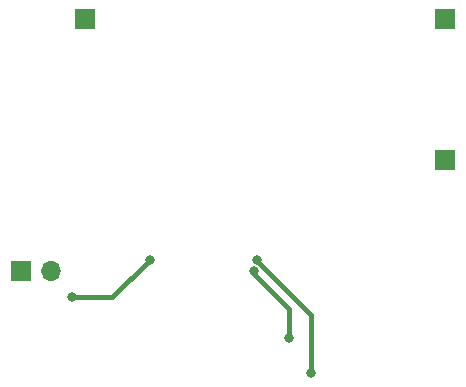
<source format=gbr>
%TF.GenerationSoftware,KiCad,Pcbnew,(5.99.0-12550-g77f47b6e47)*%
%TF.CreationDate,2021-11-06T20:02:57+00:00*%
%TF.ProjectId,max1709,6d617831-3730-4392-9e6b-696361645f70,rev?*%
%TF.SameCoordinates,Original*%
%TF.FileFunction,Copper,L2,Bot*%
%TF.FilePolarity,Positive*%
%FSLAX46Y46*%
G04 Gerber Fmt 4.6, Leading zero omitted, Abs format (unit mm)*
G04 Created by KiCad (PCBNEW (5.99.0-12550-g77f47b6e47)) date 2021-11-06 20:02:57*
%MOMM*%
%LPD*%
G01*
G04 APERTURE LIST*
%TA.AperFunction,ComponentPad*%
%ADD10R,1.700000X1.700000*%
%TD*%
%TA.AperFunction,ComponentPad*%
%ADD11O,1.700000X1.700000*%
%TD*%
%TA.AperFunction,ViaPad*%
%ADD12C,0.800000*%
%TD*%
%TA.AperFunction,Conductor*%
%ADD13C,0.400000*%
%TD*%
G04 APERTURE END LIST*
D10*
%TO.P,SW1,1,A*%
%TO.N,GND*%
X204500000Y-125200000D03*
D11*
%TO.P,SW1,2,B*%
%TO.N,Net-(U1-Pad1)*%
X207040000Y-125200000D03*
%TD*%
D10*
%TO.P,TP3,1,1*%
%TO.N,Net-(C3-Pad1)*%
X240400000Y-115800000D03*
%TD*%
%TO.P,TP2,1,1*%
%TO.N,GND*%
X240400000Y-103800000D03*
%TD*%
%TO.P,TP1,1,1*%
%TO.N,Net-(C6-Pad1)*%
X209900000Y-103800000D03*
%TD*%
D12*
%TO.N,Net-(C3-Pad1)*%
X229000000Y-133800000D03*
X224442415Y-124230341D03*
%TO.N,Net-(C4-Pad1)*%
X227200000Y-130800000D03*
X224200000Y-125200000D03*
%TO.N,Net-(U1-Pad1)*%
X208800000Y-127400000D03*
X215400000Y-124200000D03*
%TD*%
D13*
%TO.N,Net-(C3-Pad1)*%
X229000000Y-128869334D02*
X224442415Y-124311749D01*
X229000000Y-133800000D02*
X229000000Y-128869334D01*
%TO.N,Net-(C4-Pad1)*%
X227200000Y-128400000D02*
X224200000Y-125400000D01*
X227200000Y-130800000D02*
X227200000Y-128400000D01*
%TO.N,Net-(C3-Pad1)*%
X224442415Y-124311749D02*
X224442415Y-124230341D01*
%TO.N,Net-(C4-Pad1)*%
X224200000Y-125400000D02*
X224200000Y-125200000D01*
%TO.N,Net-(U1-Pad1)*%
X212200000Y-127400000D02*
X208800000Y-127400000D01*
X215400000Y-124200000D02*
X212200000Y-127400000D01*
%TD*%
M02*

</source>
